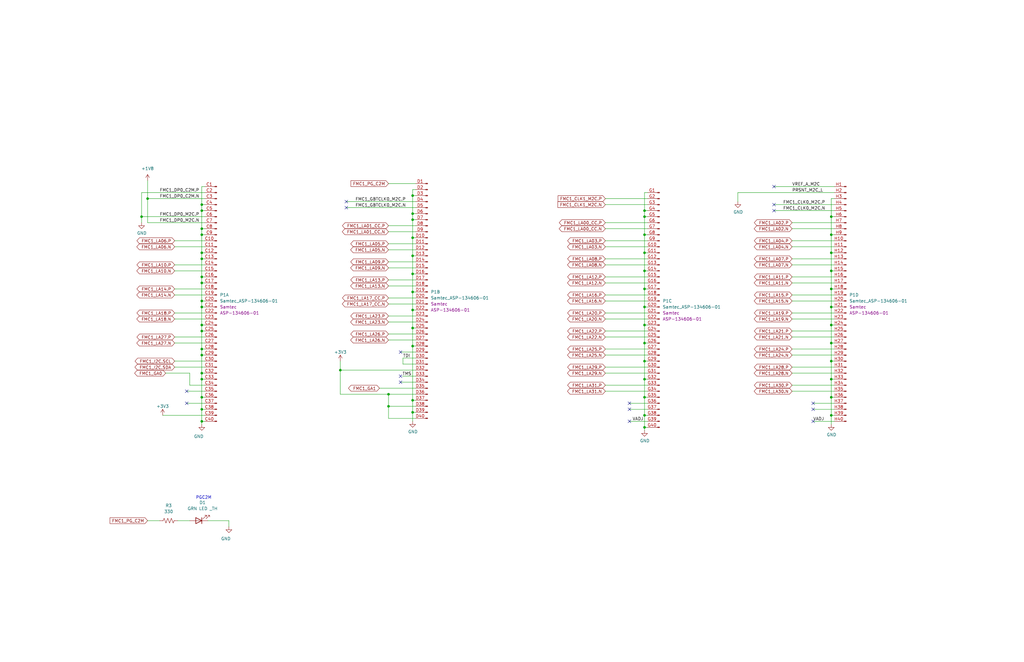
<source format=kicad_sch>
(kicad_sch (version 20250114) (generator "eeschema") (generator_version "9.0")
  (paper "B")
  (lib_symbols
    (symbol "+1V8_2" (power) (pin_names (offset 0))
      (property "Value" "+1V8_2" (at 0 3.556 0))
      (symbol "+1V8_2_1_1"
        (pin power_in line (at 0 0 90) (length 0) (hide yes) (name "+1V8") (number "1"))
      )
    )
    (symbol "Device:LED" (pin_numbers (hide yes)) (pin_names (offset 1.016) (hide yes))
      (property "Reference" "D" (at 0 2.54 0))
      (property "Value" "LED" (at 0 -2.54 0))
      (symbol "LED_1_1"
        (pin passive line (at -3.81 0 0) (length 2.54) (name "K") (number "1"))
        (pin passive line (at 3.81 0 180) (length 2.54) (name "A") (number "2"))
      )
    )
    (symbol "Device:R_US" (pin_numbers (hide yes)) (pin_names (offset 0))
      (property "Reference" "R" (at 2.54 0 90))
      (property "Value" "R_US" (at -2.54 0 90))
      (symbol "R_US_1_1"
        (pin passive line (at 0 3.81 270) (length 1.27) (name "~") (number "1"))
        (pin passive line (at 0 -3.81 90) (length 1.27) (name "~") (number "2"))
      )
    )
    (symbol "custom:Samtec_ASP-134606-01" (pin_names (offset 1.016) (hide yes))
      (property "Reference" "P" (at -1.27 50.8 0))
      (property "Value" "Samtec_ASP-134606-01" (at 0 -53.34 0))
      (property "MFG" "Samtec" (at 0 0 0))
      (property "MFG_PN" "ASP-134606-01" (at 0 0 0))
      (symbol "Samtec_ASP-134606-01_1_1"
        (pin passive line (at -5.08 48.26 0) (length 3.81) (name "Pin_1") (number "C1"))
        (pin passive line (at -5.08 45.72 0) (length 3.81) (name "Pin_2") (number "C2"))
        (pin passive line (at -5.08 43.18 0) (length 3.81) (name "Pin_3") (number "C3"))
        (pin passive line (at -5.08 40.64 0) (length 3.81) (name "Pin_4") (number "C4"))
        (pin passive line (at -5.08 38.1 0) (length 3.81) (name "Pin_5") (number "C5"))
        (pin passive line (at -5.08 35.56 0) (length 3.81) (name "Pin_6") (number "C6"))
        (pin passive line (at -5.08 33.02 0) (length 3.81) (name "Pin_7") (number "C7"))
        (pin passive line (at -5.08 30.48 0) (length 3.81) (name "Pin_8") (number "C8"))
        (pin passive line (at -5.08 27.94 0) (length 3.81) (name "Pin_9") (number "C9"))
        (pin passive line (at -5.08 25.4 0) (length 3.81) (name "Pin_10") (number "C10"))
        (pin passive line (at -5.08 22.86 0) (length 3.81) (name "Pin_11") (number "C11"))
        (pin passive line (at -5.08 20.32 0) (length 3.81) (name "Pin_12") (number "C12"))
        (pin passive line (at -5.08 17.78 0) (length 3.81) (name "Pin_13") (number "C13"))
        (pin passive line (at -5.08 15.24 0) (length 3.81) (name "Pin_14") (number "C14"))
        (pin passive line (at -5.08 12.7 0) (length 3.81) (name "Pin_15") (number "C15"))
        (pin passive line (at -5.08 10.16 0) (length 3.81) (name "Pin_16") (number "C16"))
        (pin passive line (at -5.08 7.62 0) (length 3.81) (name "Pin_17") (number "C17"))
        (pin passive line (at -5.08 5.08 0) (length 3.81) (name "Pin_18") (number "C18"))
        (pin passive line (at -5.08 2.54 0) (length 3.81) (name "Pin_19") (number "C19"))
        (pin passive line (at -5.08 0 0) (length 3.81) (name "Pin_20") (number "C20"))
        (pin passive line (at -5.08 -2.54 0) (length 3.81) (name "Pin_21") (number "C21"))
        (pin passive line (at -5.08 -5.08 0) (length 3.81) (name "Pin_22") (number "C22"))
        (pin passive line (at -5.08 -7.62 0) (length 3.81) (name "Pin_23") (number "C23"))
        (pin passive line (at -5.08 -10.16 0) (length 3.81) (name "Pin_24") (number "C24"))
        (pin passive line (at -5.08 -12.7 0) (length 3.81) (name "Pin_25") (number "C25"))
        (pin passive line (at -5.08 -15.24 0) (length 3.81) (name "Pin_26") (number "C26"))
        (pin passive line (at -5.08 -17.78 0) (length 3.81) (name "Pin_27") (number "C27"))
        (pin passive line (at -5.08 -20.32 0) (length 3.81) (name "Pin_28") (number "C28"))
        (pin passive line (at -5.08 -22.86 0) (length 3.81) (name "Pin_29") (number "C29"))
        (pin passive line (at -5.08 -25.4 0) (length 3.81) (name "Pin_30") (number "C30"))
        (pin passive line (at -5.08 -27.94 0) (length 3.81) (name "Pin_31") (number "C31"))
        (pin passive line (at -5.08 -30.48 0) (length 3.81) (name "Pin_32") (number "C32"))
        (pin passive line (at -5.08 -33.02 0) (length 3.81) (name "Pin_33") (number "C33"))
        (pin passive line (at -5.08 -35.56 0) (length 3.81) (name "Pin_34") (number "C34"))
        (pin passive line (at -5.08 -38.1 0) (length 3.81) (name "Pin_35") (number "C35"))
        (pin passive line (at -5.08 -40.64 0) (length 3.81) (name "Pin_36") (number "C36"))
        (pin passive line (at -5.08 -43.18 0) (length 3.81) (name "Pin_37") (number "C37"))
        (pin passive line (at -5.08 -45.72 0) (length 3.81) (name "Pin_38") (number "C38"))
        (pin passive line (at -5.08 -48.26 0) (length 3.81) (name "Pin_39") (number "C39"))
        (pin passive line (at -5.08 -50.8 0) (length 3.81) (name "Pin_40") (number "C40"))
      )
      (symbol "Samtec_ASP-134606-01_2_1"
        (pin passive line (at -5.08 48.26 0) (length 3.81) (name "Pin_1") (number "D1"))
        (pin passive line (at -5.08 45.72 0) (length 3.81) (name "Pin_2") (number "D2"))
        (pin passive line (at -5.08 43.18 0) (length 3.81) (name "Pin_3") (number "D3"))
        (pin passive line (at -5.08 40.64 0) (length 3.81) (name "Pin_4") (number "D4"))
        (pin passive line (at -5.08 38.1 0) (length 3.81) (name "Pin_5") (number "D5"))
        (pin passive line (at -5.08 35.56 0) (length 3.81) (name "Pin_6") (number "D6"))
        (pin passive line (at -5.08 33.02 0) (length 3.81) (name "Pin_7") (number "D7"))
        (pin passive line (at -5.08 30.48 0) (length 3.81) (name "Pin_8") (number "D8"))
        (pin passive line (at -5.08 27.94 0) (length 3.81) (name "Pin_9") (number "D9"))
        (pin passive line (at -5.08 25.4 0) (length 3.81) (name "Pin_10") (number "D10"))
        (pin passive line (at -5.08 22.86 0) (length 3.81) (name "Pin_11") (number "D11"))
        (pin passive line (at -5.08 20.32 0) (length 3.81) (name "Pin_12") (number "D12"))
        (pin passive line (at -5.08 17.78 0) (length 3.81) (name "Pin_13") (number "D13"))
        (pin passive line (at -5.08 15.24 0) (length 3.81) (name "Pin_14") (number "D14"))
        (pin passive line (at -5.08 12.7 0) (length 3.81) (name "Pin_15") (number "D15"))
        (pin passive line (at -5.08 10.16 0) (length 3.81) (name "Pin_16") (number "D16"))
        (pin passive line (at -5.08 7.62 0) (length 3.81) (name "Pin_17") (number "D17"))
        (pin passive line (at -5.08 5.08 0) (length 3.81) (name "Pin_18") (number "D18"))
        (pin passive line (at -5.08 2.54 0) (length 3.81) (name "Pin_19") (number "D19"))
        (pin passive line (at -5.08 0 0) (length 3.81) (name "Pin_20") (number "D20"))
        (pin passive line (at -5.08 -2.54 0) (length 3.81) (name "Pin_21") (number "D21"))
        (pin passive line (at -5.08 -5.08 0) (length 3.81) (name "Pin_22") (number "D22"))
        (pin passive line (at -5.08 -7.62 0) (length 3.81) (name "Pin_23") (number "D23"))
        (pin passive line (at -5.08 -10.16 0) (length 3.81) (name "Pin_24") (number "D24"))
        (pin passive line (at -5.08 -12.7 0) (length 3.81) (name "Pin_25") (number "D25"))
        (pin passive line (at -5.08 -15.24 0) (length 3.81) (name "Pin_26") (number "D26"))
        (pin passive line (at -5.08 -17.78 0) (length 3.81) (name "Pin_27") (number "D27"))
        (pin passive line (at -5.08 -20.32 0) (length 3.81) (name "Pin_28") (number "D28"))
        (pin passive line (at -5.08 -22.86 0) (length 3.81) (name "Pin_29") (number "D29"))
        (pin passive line (at -5.08 -25.4 0) (length 3.81) (name "Pin_30") (number "D30"))
        (pin passive line (at -5.08 -27.94 0) (length 3.81) (name "Pin_31") (number "D31"))
        (pin passive line (at -5.08 -30.48 0) (length 3.81) (name "Pin_32") (number "D32"))
        (pin passive line (at -5.08 -33.02 0) (length 3.81) (name "Pin_33") (number "D33"))
        (pin passive line (at -5.08 -35.56 0) (length 3.81) (name "Pin_34") (number "D34"))
        (pin passive line (at -5.08 -38.1 0) (length 3.81) (name "Pin_35") (number "D35"))
        (pin passive line (at -5.08 -40.64 0) (length 3.81) (name "Pin_36") (number "D36"))
        (pin passive line (at -5.08 -43.18 0) (length 3.81) (name "Pin_37") (number "D37"))
        (pin passive line (at -5.08 -45.72 0) (length 3.81) (name "Pin_38") (number "D38"))
        (pin passive line (at -5.08 -48.26 0) (length 3.81) (name "Pin_39") (number "D39"))
        (pin passive line (at -5.08 -50.8 0) (length 3.81) (name "Pin_40") (number "D40"))
      )
      (symbol "Samtec_ASP-134606-01_3_1"
        (pin passive line (at -5.08 48.26 0) (length 3.81) (name "Pin_1") (number "G1"))
        (pin passive line (at -5.08 45.72 0) (length 3.81) (name "Pin_2") (number "G2"))
        (pin passive line (at -5.08 43.18 0) (length 3.81) (name "Pin_3") (number "G3"))
        (pin passive line (at -5.08 40.64 0) (length 3.81) (name "Pin_4") (number "G4"))
        (pin passive line (at -5.08 38.1 0) (length 3.81) (name "Pin_5") (number "G5"))
        (pin passive line (at -5.08 35.56 0) (length 3.81) (name "Pin_6") (number "G6"))
        (pin passive line (at -5.08 33.02 0) (length 3.81) (name "Pin_7") (number "G7"))
        (pin passive line (at -5.08 30.48 0) (length 3.81) (name "Pin_8") (number "G8"))
        (pin passive line (at -5.08 27.94 0) (length 3.81) (name "Pin_9") (number "G9"))
        (pin passive line (at -5.08 25.4 0) (length 3.81) (name "Pin_10") (number "G10"))
        (pin passive line (at -5.08 22.86 0) (length 3.81) (name "Pin_11") (number "G11"))
        (pin passive line (at -5.08 20.32 0) (length 3.81) (name "Pin_12") (number "G12"))
        (pin passive line (at -5.08 17.78 0) (length 3.81) (name "Pin_13") (number "G13"))
        (pin passive line (at -5.08 15.24 0) (length 3.81) (name "Pin_14") (number "G14"))
        (pin passive line (at -5.08 12.7 0) (length 3.81) (name "Pin_15") (number "G15"))
        (pin passive line (at -5.08 10.16 0) (length 3.81) (name "Pin_16") (number "G16"))
        (pin passive line (at -5.08 7.62 0) (length 3.81) (name "Pin_17") (number "G17"))
        (pin passive line (at -5.08 5.08 0) (length 3.81) (name "Pin_18") (number "G18"))
        (pin passive line (at -5.08 2.54 0) (length 3.81) (name "Pin_19") (number "G19"))
        (pin passive line (at -5.08 0 0) (length 3.81) (name "Pin_20") (number "G20"))
        (pin passive line (at -5.08 -2.54 0) (length 3.81) (name "Pin_21") (number "G21"))
        (pin passive line (at -5.08 -5.08 0) (length 3.81) (name "Pin_22") (number "G22"))
        (pin passive line (at -5.08 -7.62 0) (length 3.81) (name "Pin_23") (number "G23"))
        (pin passive line (at -5.08 -10.16 0) (length 3.81) (name "Pin_24") (number "G24"))
        (pin passive line (at -5.08 -12.7 0) (length 3.81) (name "Pin_25") (number "G25"))
        (pin passive line (at -5.08 -15.24 0) (length 3.81) (name "Pin_26") (number "G26"))
        (pin passive line (at -5.08 -17.78 0) (length 3.81) (name "Pin_27") (number "G27"))
        (pin passive line (at -5.08 -20.32 0) (length 3.81) (name "Pin_28") (number "G28"))
        (pin passive line (at -5.08 -22.86 0) (length 3.81) (name "Pin_29") (number "G29"))
        (pin passive line (at -5.08 -25.4 0) (length 3.81) (name "Pin_30") (number "G30"))
        (pin passive line (at -5.08 -27.94 0) (length 3.81) (name "Pin_31") (number "G31"))
        (pin passive line (at -5.08 -30.48 0) (length 3.81) (name "Pin_32") (number "G32"))
        (pin passive line (at -5.08 -33.02 0) (length 3.81) (name "Pin_33") (number "G33"))
        (pin passive line (at -5.08 -35.56 0) (length 3.81) (name "Pin_34") (number "G34"))
        (pin passive line (at -5.08 -38.1 0) (length 3.81) (name "Pin_35") (number "G35"))
        (pin passive line (at -5.08 -40.64 0) (length 3.81) (name "Pin_36") (number "G36"))
        (pin passive line (at -5.08 -43.18 0) (length 3.81) (name "Pin_37") (number "G37"))
        (pin passive line (at -5.08 -45.72 0) (length 3.81) (name "Pin_38") (number "G38"))
        (pin passive line (at -5.08 -48.26 0) (length 3.81) (name "Pin_39") (number "G39"))
        (pin passive line (at -5.08 -50.8 0) (length 3.81) (name "Pin_40") (number "G40"))
      )
      (symbol "Samtec_ASP-134606-01_4_1"
        (pin passive line (at -5.08 48.26 0) (length 3.81) (name "Pin_1") (number "H1"))
        (pin passive line (at -5.08 45.72 0) (length 3.81) (name "Pin_2") (number "H2"))
        (pin passive line (at -5.08 43.18 0) (length 3.81) (name "Pin_3") (number "H3"))
        (pin passive line (at -5.08 40.64 0) (length 3.81) (name "Pin_4") (number "H4"))
        (pin passive line (at -5.08 38.1 0) (length 3.81) (name "Pin_5") (number "H5"))
        (pin passive line (at -5.08 35.56 0) (length 3.81) (name "Pin_6") (number "H6"))
        (pin passive line (at -5.08 33.02 0) (length 3.81) (name "Pin_7") (number "H7"))
        (pin passive line (at -5.08 30.48 0) (length 3.81) (name "Pin_8") (number "H8"))
        (pin passive line (at -5.08 27.94 0) (length 3.81) (name "Pin_9") (number "H9"))
        (pin passive line (at -5.08 25.4 0) (length 3.81) (name "Pin_10") (number "H10"))
        (pin passive line (at -5.08 22.86 0) (length 3.81) (name "Pin_11") (number "H11"))
        (pin passive line (at -5.08 20.32 0) (length 3.81) (name "Pin_12") (number "H12"))
        (pin passive line (at -5.08 17.78 0) (length 3.81) (name "Pin_13") (number "H13"))
        (pin passive line (at -5.08 15.24 0) (length 3.81) (name "Pin_14") (number "H14"))
        (pin passive line (at -5.08 12.7 0) (length 3.81) (name "Pin_15") (number "H15"))
        (pin passive line (at -5.08 10.16 0) (length 3.81) (name "Pin_16") (number "H16"))
        (pin passive line (at -5.08 7.62 0) (length 3.81) (name "Pin_17") (number "H17"))
        (pin passive line (at -5.08 5.08 0) (length 3.81) (name "Pin_18") (number "H18"))
        (pin passive line (at -5.08 2.54 0) (length 3.81) (name "Pin_19") (number "H19"))
        (pin passive line (at -5.08 0 0) (length 3.81) (name "Pin_20") (number "H20"))
        (pin passive line (at -5.08 -2.54 0) (length 3.81) (name "Pin_21") (number "H21"))
        (pin passive line (at -5.08 -5.08 0) (length 3.81) (name "Pin_22") (number "H22"))
        (pin passive line (at -5.08 -7.62 0) (length 3.81) (name "Pin_23") (number "H23"))
        (pin passive line (at -5.08 -10.16 0) (length 3.81) (name "Pin_24") (number "H24"))
        (pin passive line (at -5.08 -12.7 0) (length 3.81) (name "Pin_25") (number "H25"))
        (pin passive line (at -5.08 -15.24 0) (length 3.81) (name "Pin_26") (number "H26"))
        (pin passive line (at -5.08 -17.78 0) (length 3.81) (name "Pin_27") (number "H27"))
        (pin passive line (at -5.08 -20.32 0) (length 3.81) (name "Pin_28") (number "H28"))
        (pin passive line (at -5.08 -22.86 0) (length 3.81) (name "Pin_29") (number "H29"))
        (pin passive line (at -5.08 -25.4 0) (length 3.81) (name "Pin_30") (number "H30"))
        (pin passive line (at -5.08 -27.94 0) (length 3.81) (name "Pin_31") (number "H31"))
        (pin passive line (at -5.08 -30.48 0) (length 3.81) (name "Pin_32") (number "H32"))
        (pin passive line (at -5.08 -33.02 0) (length 3.81) (name "Pin_33") (number "H33"))
        (pin passive line (at -5.08 -35.56 0) (length 3.81) (name "Pin_34") (number "H34"))
        (pin passive line (at -5.08 -38.1 0) (length 3.81) (name "Pin_35") (number "H35"))
        (pin passive line (at -5.08 -40.64 0) (length 3.81) (name "Pin_36") (number "H36"))
        (pin passive line (at -5.08 -43.18 0) (length 3.81) (name "Pin_37") (number "H37"))
        (pin passive line (at -5.08 -45.72 0) (length 3.81) (name "Pin_38") (number "H38"))
        (pin passive line (at -5.08 -48.26 0) (length 3.81) (name "Pin_39") (number "H39"))
        (pin passive line (at -5.08 -50.8 0) (length 3.81) (name "Pin_40") (number "H40"))
      )
    )
    (symbol "power:+3V3" (power) (pin_names (offset 0))
      (property "Value" "+3V3" (at 0 3.556 0))
      (symbol "+3V3_1_1"
        (pin power_in line (at 0 0 90) (length 0) (hide yes) (name "+3V3") (number "1"))
      )
    )
    (symbol "power:GND" (power) (pin_names (offset 0))
      (property "Value" "GND" (at 0 -3.81 0))
      (symbol "GND_1_1"
        (pin power_in line (at 0 0 270) (length 0) (hide yes) (name "GND") (number "1"))
      )
    )
  )
  (text "PGC2M" (at 82.55 210.82 0) (effects (font (size 1.27 1.27)) (justify left bottom)))
  (junction (at 85.09 139.7))
  (junction (at 85.09 96.52))
  (junction (at 350.52 99.06))
  (junction (at 85.09 149.86))
  (junction (at 173.99 90.17))
  (junction (at 350.52 144.78))
  (junction (at 173.99 173.99))
  (junction (at 85.09 106.68))
  (junction (at 271.78 114.3))
  (junction (at 271.78 180.34))
  (junction (at 350.52 114.3))
  (junction (at 173.99 92.71))
  (junction (at 350.52 160.02))
  (junction (at 173.99 138.43))
  (junction (at 350.52 137.16))
  (junction (at 271.78 99.06))
  (junction (at 350.52 129.54))
  (junction (at 59.69 91.44))
  (junction (at 85.09 147.32))
  (junction (at 85.09 99.06))
  (junction (at 350.52 91.44))
  (junction (at 350.52 175.26))
  (junction (at 271.78 160.02))
  (junction (at 271.78 106.68))
  (junction (at 271.78 137.16))
  (junction (at 173.99 123.19))
  (junction (at 85.09 109.22))
  (junction (at 173.99 100.33))
  (junction (at 85.09 129.54))
  (junction (at 350.52 152.4))
  (junction (at 62.23 83.82))
  (junction (at 271.78 121.92))
  (junction (at 271.78 167.64))
  (junction (at 271.78 91.44))
  (junction (at 163.83 171.45))
  (junction (at 85.09 172.72))
  (junction (at 163.83 166.37))
  (junction (at 173.99 168.91))
  (junction (at 85.09 119.38))
  (junction (at 271.78 88.9))
  (junction (at 85.09 116.84))
  (junction (at 85.09 167.64))
  (junction (at 173.99 146.05))
  (junction (at 350.52 121.92))
  (junction (at 85.09 137.16))
  (junction (at 85.09 177.8))
  (junction (at 350.52 106.68))
  (junction (at 85.09 86.36))
  (junction (at 173.99 130.81))
  (junction (at 350.52 167.64))
  (junction (at 173.99 115.57))
  (junction (at 271.78 152.4))
  (junction (at 85.09 127))
  (junction (at 173.99 82.55))
  (junction (at 173.99 107.95))
  (junction (at 271.78 129.54))
  (junction (at 271.78 144.78))
  (junction (at 143.51 156.21))
  (junction (at 85.09 88.9))
  (junction (at 85.09 157.48))
  (junction (at 85.09 160.02))
  (junction (at 271.78 175.26))
  (no_connect (at 146.05 87.63))
  (no_connect (at 168.91 158.75))
  (no_connect (at 265.43 170.18))
  (no_connect (at 342.9 177.8))
  (no_connect (at 168.91 148.59))
  (no_connect (at 146.05 85.09))
  (no_connect (at 168.91 161.29))
  (no_connect (at 265.43 172.72))
  (no_connect (at 326.39 78.74))
  (no_connect (at 326.39 86.36))
  (no_connect (at 342.9 170.18))
  (no_connect (at 78.74 165.1))
  (no_connect (at 265.43 177.8))
  (no_connect (at 326.39 88.9))
  (no_connect (at 78.74 170.18))
  (no_connect (at 342.9 172.72))
  (wire (pts (xy 326.39 88.9) (xy 351.79 88.9)))
  (wire (pts (xy 271.78 81.28) (xy 271.78 88.9)))
  (wire (pts (xy 351.79 134.62) (xy 334.01 134.62)))
  (wire (pts (xy 350.52 160.02) (xy 351.79 160.02)))
  (wire (pts (xy 85.09 88.9) (xy 85.09 96.52)))
  (wire (pts (xy 173.99 80.01) (xy 173.99 82.55)))
  (wire (pts (xy 85.09 147.32) (xy 86.36 147.32)))
  (wire (pts (xy 350.52 91.44) (xy 351.79 91.44)))
  (wire (pts (xy 86.36 142.24) (xy 73.66 142.24)))
  (wire (pts (xy 85.09 147.32) (xy 85.09 149.86)))
  (wire (pts (xy 255.27 83.82) (xy 273.05 83.82)))
  (wire (pts (xy 74.93 219.71) (xy 80.01 219.71)))
  (wire (pts (xy 163.83 95.25) (xy 175.26 95.25)))
  (wire (pts (xy 80.01 157.48) (xy 80.01 162.56)))
  (wire (pts (xy 351.79 154.94) (xy 334.01 154.94)))
  (wire (pts (xy 271.78 121.92) (xy 271.78 129.54)))
  (wire (pts (xy 351.79 127) (xy 334.01 127)))
  (wire (pts (xy 85.09 88.9) (xy 86.36 88.9)))
  (wire (pts (xy 85.09 96.52) (xy 85.09 99.06)))
  (wire (pts (xy 351.79 104.14) (xy 334.01 104.14)))
  (wire (pts (xy 163.83 105.41) (xy 175.26 105.41)))
  (wire (pts (xy 273.05 147.32) (xy 255.27 147.32)))
  (wire (pts (xy 351.79 101.6) (xy 334.01 101.6)))
  (wire (pts (xy 86.36 121.92) (xy 73.66 121.92)))
  (wire (pts (xy 85.09 86.36) (xy 85.09 88.9)))
  (wire (pts (xy 85.09 96.52) (xy 86.36 96.52)))
  (wire (pts (xy 85.09 160.02) (xy 85.09 167.64)))
  (wire (pts (xy 350.52 121.92) (xy 350.52 129.54)))
  (wire (pts (xy 160.02 163.83) (xy 175.26 163.83)))
  (wire (pts (xy 85.09 137.16) (xy 85.09 139.7)))
  (wire (pts (xy 273.05 162.56) (xy 255.27 162.56)))
  (wire (pts (xy 163.83 171.45) (xy 163.83 166.37)))
  (wire (pts (xy 351.79 147.32) (xy 334.01 147.32)))
  (wire (pts (xy 85.09 109.22) (xy 85.09 116.84)))
  (wire (pts (xy 271.78 167.64) (xy 271.78 175.26)))
  (wire (pts (xy 351.79 116.84) (xy 334.01 116.84)))
  (wire (pts (xy 87.63 219.71) (xy 96.52 219.71)))
  (wire (pts (xy 62.23 93.98) (xy 86.36 93.98)))
  (wire (pts (xy 350.52 83.82) (xy 350.52 91.44)))
  (wire (pts (xy 85.09 157.48) (xy 85.09 160.02)))
  (wire (pts (xy 350.52 129.54) (xy 350.52 137.16)))
  (wire (pts (xy 350.52 160.02) (xy 350.52 167.64)))
  (wire (pts (xy 86.36 111.76) (xy 73.66 111.76)))
  (wire (pts (xy 351.79 119.38) (xy 334.01 119.38)))
  (wire (pts (xy 350.52 144.78) (xy 351.79 144.78)))
  (wire (pts (xy 271.78 167.64) (xy 273.05 167.64)))
  (wire (pts (xy 85.09 149.86) (xy 86.36 149.86)))
  (wire (pts (xy 173.99 100.33) (xy 173.99 107.95)))
  (wire (pts (xy 271.78 129.54) (xy 271.78 137.16)))
  (wire (pts (xy 271.78 152.4) (xy 273.05 152.4)))
  (wire (pts (xy 271.78 99.06) (xy 273.05 99.06)))
  (wire (pts (xy 342.9 177.8) (xy 351.79 177.8)))
  (wire (pts (xy 173.99 123.19) (xy 173.99 130.81)))
  (wire (pts (xy 163.83 166.37) (xy 175.26 166.37)))
  (wire (pts (xy 351.79 170.18) (xy 342.9 170.18)))
  (wire (pts (xy 85.09 149.86) (xy 85.09 157.48)))
  (wire (pts (xy 351.79 96.52) (xy 334.01 96.52)))
  (wire (pts (xy 350.52 99.06) (xy 350.52 106.68)))
  (wire (pts (xy 62.23 219.71) (xy 67.31 219.71)))
  (wire (pts (xy 273.05 134.62) (xy 255.27 134.62)))
  (wire (pts (xy 85.09 127) (xy 85.09 129.54)))
  (wire (pts (xy 271.78 88.9) (xy 271.78 91.44)))
  (wire (pts (xy 271.78 175.26) (xy 271.78 180.34)))
  (wire (pts (xy 175.26 80.01) (xy 173.99 80.01)))
  (wire (pts (xy 273.05 119.38) (xy 255.27 119.38)))
  (wire (pts (xy 169.926 151.13) (xy 175.26 151.13)))
  (wire (pts (xy 350.52 106.68) (xy 351.79 106.68)))
  (wire (pts (xy 163.83 120.65) (xy 175.26 120.65)))
  (wire (pts (xy 85.09 139.7) (xy 86.36 139.7)))
  (wire (pts (xy 271.78 91.44) (xy 271.78 99.06)))
  (wire (pts (xy 173.99 115.57) (xy 175.26 115.57)))
  (wire (pts (xy 80.01 162.56) (xy 86.36 162.56)))
  (wire (pts (xy 163.83 118.11) (xy 175.26 118.11)))
  (wire (pts (xy 271.78 114.3) (xy 271.78 121.92)))
  (wire (pts (xy 85.09 177.8) (xy 86.36 177.8)))
  (wire (pts (xy 163.83 128.27) (xy 175.26 128.27)))
  (wire (pts (xy 271.78 114.3) (xy 273.05 114.3)))
  (wire (pts (xy 173.99 123.19) (xy 175.26 123.19)))
  (wire (pts (xy 163.83 97.79) (xy 175.26 97.79)))
  (wire (pts (xy 351.79 109.22) (xy 334.01 109.22)))
  (wire (pts (xy 85.09 179.07) (xy 85.09 177.8)))
  (wire (pts (xy 85.09 137.16) (xy 86.36 137.16)))
  (wire (pts (xy 173.99 107.95) (xy 175.26 107.95)))
  (wire (pts (xy 351.79 93.98) (xy 334.01 93.98)))
  (wire (pts (xy 173.99 90.17) (xy 175.26 90.17)))
  (wire (pts (xy 86.36 132.08) (xy 73.66 132.08)))
  (wire (pts (xy 59.69 91.44) (xy 59.69 93.98)))
  (wire (pts (xy 351.79 142.24) (xy 334.01 142.24)))
  (wire (pts (xy 350.52 152.4) (xy 350.52 160.02)))
  (wire (pts (xy 163.83 176.53) (xy 163.83 171.45)))
  (wire (pts (xy 85.09 99.06) (xy 86.36 99.06)))
  (wire (pts (xy 271.78 137.16) (xy 273.05 137.16)))
  (wire (pts (xy 351.79 149.86) (xy 334.01 149.86)))
  (wire (pts (xy 163.83 102.87) (xy 175.26 102.87)))
  (wire (pts (xy 62.23 83.82) (xy 86.36 83.82)))
  (wire (pts (xy 163.83 135.89) (xy 175.26 135.89)))
  (wire (pts (xy 271.78 91.44) (xy 273.05 91.44)))
  (wire (pts (xy 350.52 99.06) (xy 351.79 99.06)))
  (wire (pts (xy 311.15 81.28) (xy 351.79 81.28)))
  (wire (pts (xy 59.69 81.28) (xy 59.69 91.44)))
  (wire (pts (xy 273.05 111.76) (xy 255.27 111.76)))
  (wire (pts (xy 143.51 166.37) (xy 163.83 166.37)))
  (wire (pts (xy 173.99 115.57) (xy 173.99 123.19)))
  (wire (pts (xy 85.09 119.38) (xy 86.36 119.38)))
  (wire (pts (xy 271.78 129.54) (xy 273.05 129.54)))
  (wire (pts (xy 73.66 134.62) (xy 86.36 134.62)))
  (wire (pts (xy 163.83 110.49) (xy 175.26 110.49)))
  (wire (pts (xy 271.78 144.78) (xy 271.78 152.4)))
  (wire (pts (xy 69.85 157.48) (xy 80.01 157.48)))
  (wire (pts (xy 273.05 127) (xy 255.27 127)))
  (wire (pts (xy 85.09 106.68) (xy 85.09 109.22)))
  (wire (pts (xy 173.99 82.55) (xy 173.99 90.17)))
  (wire (pts (xy 273.05 132.08) (xy 255.27 132.08)))
  (wire (pts (xy 350.52 114.3) (xy 351.79 114.3)))
  (wire (pts (xy 273.05 109.22) (xy 255.27 109.22)))
  (wire (pts (xy 163.83 176.53) (xy 175.26 176.53)))
  (wire (pts (xy 73.66 124.46) (xy 86.36 124.46)))
  (wire (pts (xy 169.672 158.75) (xy 175.26 158.75)))
  (wire (pts (xy 73.66 152.4) (xy 86.36 152.4)))
  (wire (pts (xy 350.52 129.54) (xy 351.79 129.54)))
  (wire (pts (xy 59.69 81.28) (xy 86.36 81.28)))
  (wire (pts (xy 273.05 101.6) (xy 255.27 101.6)))
  (wire (pts (xy 273.05 149.86) (xy 255.27 149.86)))
  (wire (pts (xy 78.74 165.1) (xy 86.36 165.1)))
  (wire (pts (xy 85.09 106.68) (xy 86.36 106.68)))
  (wire (pts (xy 173.99 138.43) (xy 175.26 138.43)))
  (wire (pts (xy 271.78 137.16) (xy 271.78 144.78)))
  (wire (pts (xy 271.78 121.92) (xy 273.05 121.92)))
  (wire (pts (xy 173.99 90.17) (xy 173.99 92.71)))
  (wire (pts (xy 350.52 121.92) (xy 351.79 121.92)))
  (wire (pts (xy 173.99 107.95) (xy 173.99 115.57)))
  (wire (pts (xy 173.99 146.05) (xy 175.26 146.05)))
  (wire (pts (xy 143.51 152.4) (xy 143.51 156.21)))
  (wire (pts (xy 351.79 132.08) (xy 334.01 132.08)))
  (wire (pts (xy 143.51 156.21) (xy 175.26 156.21)))
  (wire (pts (xy 163.83 140.97) (xy 175.26 140.97)))
  (wire (pts (xy 85.09 127) (xy 86.36 127)))
  (wire (pts (xy 86.36 78.74) (xy 85.09 78.74)))
  (wire (pts (xy 168.91 161.29) (xy 175.26 161.29)))
  (wire (pts (xy 271.78 175.26) (xy 273.05 175.26)))
  (wire (pts (xy 85.09 116.84) (xy 86.36 116.84)))
  (wire (pts (xy 85.09 119.38) (xy 85.09 127)))
  (wire (pts (xy 163.83 77.47) (xy 175.26 77.47)))
  (wire (pts (xy 85.09 167.64) (xy 85.09 172.72)))
  (wire (pts (xy 163.83 171.45) (xy 175.26 171.45)))
  (wire (pts (xy 85.09 86.36) (xy 86.36 86.36)))
  (wire (pts (xy 273.05 154.94) (xy 255.27 154.94)))
  (wire (pts (xy 85.09 116.84) (xy 85.09 119.38)))
  (wire (pts (xy 271.78 88.9) (xy 273.05 88.9)))
  (wire (pts (xy 350.52 106.68) (xy 350.52 114.3)))
  (wire (pts (xy 271.78 160.02) (xy 271.78 167.64)))
  (wire (pts (xy 351.79 162.56) (xy 334.01 162.56)))
  (wire (pts (xy 351.79 157.48) (xy 334.01 157.48)))
  (wire (pts (xy 173.99 168.91) (xy 173.99 173.99)))
  (wire (pts (xy 85.09 99.06) (xy 85.09 106.68)))
  (wire (pts (xy 350.52 152.4) (xy 351.79 152.4)))
  (wire (pts (xy 350.52 144.78) (xy 350.52 152.4)))
  (wire (pts (xy 350.52 114.3) (xy 350.52 121.92)))
  (wire (pts (xy 273.05 139.7) (xy 255.27 139.7)))
  (wire (pts (xy 86.36 101.6) (xy 73.66 101.6)))
  (wire (pts (xy 273.05 93.98) (xy 255.27 93.98)))
  (wire (pts (xy 168.91 148.59) (xy 175.26 148.59)))
  (wire (pts (xy 271.78 152.4) (xy 271.78 160.02)))
  (wire (pts (xy 163.83 113.03) (xy 175.26 113.03)))
  (wire (pts (xy 73.66 104.14) (xy 86.36 104.14)))
  (wire (pts (xy 173.99 82.55) (xy 175.26 82.55)))
  (wire (pts (xy 350.52 137.16) (xy 350.52 144.78)))
  (wire (pts (xy 273.05 157.48) (xy 255.27 157.48)))
  (wire (pts (xy 146.05 85.09) (xy 175.26 85.09)))
  (wire (pts (xy 273.05 104.14) (xy 255.27 104.14)))
  (wire (pts (xy 96.52 219.71) (xy 96.52 222.25)))
  (wire (pts (xy 350.52 175.26) (xy 351.79 175.26)))
  (wire (pts (xy 173.99 100.33) (xy 175.26 100.33)))
  (wire (pts (xy 85.09 172.72) (xy 85.09 177.8)))
  (wire (pts (xy 85.09 129.54) (xy 86.36 129.54)))
  (wire (pts (xy 85.09 167.64) (xy 86.36 167.64)))
  (wire (pts (xy 73.66 114.3) (xy 86.36 114.3)))
  (wire (pts (xy 351.79 111.76) (xy 334.01 111.76)))
  (wire (pts (xy 350.52 167.64) (xy 350.52 175.26)))
  (wire (pts (xy 271.78 180.34) (xy 273.05 180.34)))
  (wire (pts (xy 350.52 167.64) (xy 351.79 167.64)))
  (wire (pts (xy 85.09 129.54) (xy 85.09 137.16)))
  (wire (pts (xy 265.43 177.8) (xy 273.05 177.8)))
  (wire (pts (xy 273.05 142.24) (xy 255.27 142.24)))
  (wire (pts (xy 351.79 172.72) (xy 342.9 172.72)))
  (wire (pts (xy 62.23 83.82) (xy 62.23 93.98)))
  (wire (pts (xy 85.09 109.22) (xy 86.36 109.22)))
  (wire (pts (xy 271.78 106.68) (xy 273.05 106.68)))
  (wire (pts (xy 143.51 156.21) (xy 143.51 166.37)))
  (wire (pts (xy 351.79 124.46) (xy 334.01 124.46)))
  (wire (pts (xy 173.99 130.81) (xy 173.99 138.43)))
  (wire (pts (xy 311.15 85.09) (xy 311.15 81.28)))
  (wire (pts (xy 163.83 133.35) (xy 175.26 133.35)))
  (wire (pts (xy 350.52 175.26) (xy 350.52 179.07)))
  (wire (pts (xy 351.79 165.1) (xy 334.01 165.1)))
  (wire (pts (xy 273.05 172.72) (xy 265.43 172.72)))
  (wire (pts (xy 173.99 138.43) (xy 173.99 146.05)))
  (wire (pts (xy 73.66 154.94) (xy 86.36 154.94)))
  (wire (pts (xy 173.99 173.99) (xy 173.99 177.8)))
  (wire (pts (xy 173.99 173.99) (xy 175.26 173.99)))
  (wire (pts (xy 68.58 175.26) (xy 86.36 175.26)))
  (wire (pts (xy 271.78 106.68) (xy 271.78 114.3)))
  (wire (pts (xy 146.05 87.63) (xy 175.26 87.63)))
  (wire (pts (xy 73.66 144.78) (xy 86.36 144.78)))
  (wire (pts (xy 173.99 92.71) (xy 175.26 92.71)))
  (wire (pts (xy 173.99 168.91) (xy 175.26 168.91)))
  (wire (pts (xy 163.83 143.51) (xy 175.26 143.51)))
  (wire (pts (xy 169.926 153.67) (xy 175.26 153.67)))
  (wire (pts (xy 169.926 151.13) (xy 169.926 153.67)))
  (wire (pts (xy 273.05 81.28) (xy 271.78 81.28)))
  (wire (pts (xy 271.78 144.78) (xy 273.05 144.78)))
  (wire (pts (xy 273.05 96.52) (xy 255.27 96.52)))
  (wire (pts (xy 85.09 78.74) (xy 85.09 86.36)))
  (wire (pts (xy 271.78 160.02) (xy 273.05 160.02)))
  (wire (pts (xy 173.99 130.81) (xy 175.26 130.81)))
  (wire (pts (xy 350.52 91.44) (xy 350.52 99.06)))
  (wire (pts (xy 350.52 137.16) (xy 351.79 137.16)))
  (wire (pts (xy 351.79 78.74) (xy 326.39 78.74)))
  (wire (pts (xy 173.99 146.05) (xy 173.99 168.91)))
  (wire (pts (xy 59.69 91.44) (xy 86.36 91.44)))
  (wire (pts (xy 62.23 76.2) (xy 62.23 83.82)))
  (wire (pts (xy 86.36 172.72) (xy 85.09 172.72)))
  (wire (pts (xy 163.83 125.73) (xy 175.26 125.73)))
  (wire (pts (xy 173.99 92.71) (xy 173.99 100.33)))
  (wire (pts (xy 273.05 116.84) (xy 255.27 116.84)))
  (wire (pts (xy 326.39 86.36) (xy 351.79 86.36)))
  (wire (pts (xy 273.05 124.46) (xy 255.27 124.46)))
  (wire (pts (xy 85.09 160.02) (xy 86.36 160.02)))
  (wire (pts (xy 273.05 165.1) (xy 255.27 165.1)))
  (wire (pts (xy 271.78 99.06) (xy 271.78 106.68)))
  (wire (pts (xy 85.09 157.48) (xy 86.36 157.48)))
  (wire (pts (xy 85.09 139.7) (xy 85.09 147.32)))
  (wire (pts (xy 255.27 86.36) (xy 273.05 86.36)))
  (wire (pts (xy 350.52 83.82) (xy 351.79 83.82)))
  (wire (pts (xy 78.74 170.18) (xy 86.36 170.18)))
  (wire (pts (xy 351.79 139.7) (xy 334.01 139.7)))
  (wire (pts (xy 271.78 181.61) (xy 271.78 180.34)))
  (wire (pts (xy 273.05 170.18) (xy 265.43 170.18)))
  (label "VADJ" (at 342.9 177.8 0))
  (label "FMC1_GBTCLK0_M2C.P" (at 149.86 85.09 0))
  (label "PRSNT_M2C_L" (at 334.01 81.28 0))
  (label "FMC1_DP0_M2C.N" (at 67.31 93.98 0))
  (label "FMC1_DP0_M2C.P" (at 67.31 91.44 0))
  (label "FMC1_CLK0_M2C.N" (at 330.2 88.9 0))
  (label "TDI" (at 169.926 151.13 0))
  (label "FMC1_DP0_C2M.N" (at 67.31 83.82 0))
  (label "FMC1_GBTCLK0_M2C.N" (at 149.86 87.63 0))
  (label "FMC1_DP0_C2M.P" (at 67.31 81.28 0))
  (label "TMS" (at 169.672 158.75 0))
  (label "VADJ" (at 266.7 177.8 0))
  (label "FMC1_CLK0_M2C.P" (at 330.2 86.36 0))
  (label "VREF_A_M2C" (at 334.01 78.74 0))
  (global_label "FMC1_LA01_CC.P" (shape bidirectional) (at 163.83 95.25 180) (property "Intersheetrefs" "${INTERSHEET_REFS}" (effects (hide yes))))
  (global_label "FMC1_LA05.N" (shape bidirectional) (at 163.83 105.41 180) (property "Intersheetrefs" "${INTERSHEET_REFS}" (effects (hide yes))))
  (global_label "FMC1_LA09.P" (shape bidirectional) (at 163.83 110.49 180) (property "Intersheetrefs" "${INTERSHEET_REFS}" (effects (hide yes))))
  (global_label "FMC1_LA08.N" (shape bidirectional) (at 255.27 111.76 180) (property "Intersheetrefs" "${INTERSHEET_REFS}" (effects (hide yes))))
  (global_label "FMC1_LA07.N" (shape bidirectional) (at 334.01 111.76 180) (property "Intersheetrefs" "${INTERSHEET_REFS}" (effects (hide yes))))
  (global_label "FMC1_LA16.N" (shape bidirectional) (at 255.27 127 180) (property "Intersheetrefs" "${INTERSHEET_REFS}" (effects (hide yes))))
  (global_label "FMC1_LA21.N" (shape bidirectional) (at 334.01 142.24 180) (property "Intersheetrefs" "${INTERSHEET_REFS}" (effects (hide yes))))
  (global_label "FMC1_LA04.P" (shape bidirectional) (at 334.01 101.6 180) (property "Intersheetrefs" "${INTERSHEET_REFS}" (effects (hide yes))))
  (global_label "FMC1_LA28.P" (shape bidirectional) (at 334.01 154.94 180) (property "Intersheetrefs" "${INTERSHEET_REFS}" (effects (hide yes))))
  (global_label "FMC1_LA23.N" (shape bidirectional) (at 163.83 135.89 180) (property "Intersheetrefs" "${INTERSHEET_REFS}" (effects (hide yes))))
  (global_label "FMC1_LA15.P" (shape bidirectional) (at 334.01 124.46 180) (property "Intersheetrefs" "${INTERSHEET_REFS}" (effects (hide yes))))
  (global_label "FMC1_LA29.P" (shape bidirectional) (at 255.27 154.94 180) (property "Intersheetrefs" "${INTERSHEET_REFS}" (effects (hide yes))))
  (global_label "FMC1_LA08.P" (shape bidirectional) (at 255.27 109.22 180) (property "Intersheetrefs" "${INTERSHEET_REFS}" (effects (hide yes))))
  (global_label "FMC1_LA01_CC.N" (shape bidirectional) (at 163.83 97.79 180) (property "Intersheetrefs" "${INTERSHEET_REFS}" (effects (hide yes))))
  (global_label "FMC1_LA29.N" (shape bidirectional) (at 255.27 157.48 180) (property "Intersheetrefs" "${INTERSHEET_REFS}" (effects (hide yes))))
  (global_label "FMC1_LA14.P" (shape bidirectional) (at 73.66 121.92 180) (property "Intersheetrefs" "${INTERSHEET_REFS}" (effects (hide yes))))
  (global_label "FMC1_LA11.N" (shape bidirectional) (at 334.01 119.38 180) (property "Intersheetrefs" "${INTERSHEET_REFS}" (effects (hide yes))))
  (global_label "FMC1_LA05.P" (shape bidirectional) (at 163.83 102.87 180) (property "Intersheetrefs" "${INTERSHEET_REFS}" (effects (hide yes))))
  (global_label "FMC1_LA02.P" (shape bidirectional) (at 334.01 93.98 180) (property "Intersheetrefs" "${INTERSHEET_REFS}" (effects (hide yes))))
  (global_label "FMC1_LA25.P" (shape bidirectional) (at 255.27 147.32 180) (property "Intersheetrefs" "${INTERSHEET_REFS}" (effects (hide yes))))
  (global_label "FMC1_LA10.P" (shape bidirectional) (at 73.66 111.76 180) (property "Intersheetrefs" "${INTERSHEET_REFS}" (effects (hide yes))))
  (global_label "FMC1_LA18.P" (shape bidirectional) (at 73.66 132.08 180) (property "Intersheetrefs" "${INTERSHEET_REFS}" (effects (hide yes))))
  (global_label "FMC1_LA07.P" (shape bidirectional) (at 334.01 109.22 180) (property "Intersheetrefs" "${INTERSHEET_REFS}" (effects (hide yes))))
  (global_label "FMC1_LA24.N" (shape bidirectional) (at 334.01 149.86 180) (property "Intersheetrefs" "${INTERSHEET_REFS}" (effects (hide yes))))
  (global_label "FMC1_LA22.N" (shape bidirectional) (at 255.27 142.24 180) (property "Intersheetrefs" "${INTERSHEET_REFS}" (effects (hide yes))))
  (global_label "FMC1_LA06.N" (shape bidirectional) (at 73.66 104.14 180) (property "Intersheetrefs" "${INTERSHEET_REFS}" (effects (hide yes))))
  (global_label "FMC1_LA16.P" (shape bidirectional) (at 255.27 124.46 180) (property "Intersheetrefs" "${INTERSHEET_REFS}" (effects (hide yes))))
  (global_label "FMC1_LA27.P" (shape bidirectional) (at 73.66 142.24 180) (property "Intersheetrefs" "${INTERSHEET_REFS}" (effects (hide yes))))
  (global_label "FMC1_LA18.N" (shape bidirectional) (at 73.66 134.62 180) (property "Intersheetrefs" "${INTERSHEET_REFS}" (effects (hide yes))))
  (global_label "FMC1_LA06.P" (shape bidirectional) (at 73.66 101.6 180) (property "Intersheetrefs" "${INTERSHEET_REFS}" (effects (hide yes))))
  (global_label "FMC1_I2C.SDA" (shape bidirectional) (at 73.66 154.94 180) (property "Intersheetrefs" "${INTERSHEET_REFS}" (effects (hide yes))))
  (global_label "FMC1_PG_C2M" (shape input) (at 163.83 77.47 180) (property "Intersheetrefs" "${INTERSHEET_REFS}" (effects (hide yes))))
  (global_label "FMC1_LA02.N" (shape bidirectional) (at 334.01 96.52 180) (property "Intersheetrefs" "${INTERSHEET_REFS}" (effects (hide yes))))
  (global_label "FMC1_LA13.N" (shape bidirectional) (at 163.83 120.65 180) (property "Intersheetrefs" "${INTERSHEET_REFS}" (effects (hide yes))))
  (global_label "FMC1_LA26.N" (shape bidirectional) (at 163.83 143.51 180) (property "Intersheetrefs" "${INTERSHEET_REFS}" (effects (hide yes))))
  (global_label "FMC1_LA21.P" (shape bidirectional) (at 334.01 139.7 180) (property "Intersheetrefs" "${INTERSHEET_REFS}" (effects (hide yes))))
  (global_label "FMC1_LA04.N" (shape bidirectional) (at 334.01 104.14 180) (property "Intersheetrefs" "${INTERSHEET_REFS}" (effects (hide yes))))
  (global_label "FMC1_LA19.P" (shape bidirectional) (at 334.01 132.08 180) (property "Intersheetrefs" "${INTERSHEET_REFS}" (effects (hide yes))))
  (global_label "FMC1_LA15.N" (shape bidirectional) (at 334.01 127 180) (property "Intersheetrefs" "${INTERSHEET_REFS}" (effects (hide yes))))
  (global_label "FMC1_LA03.N" (shape bidirectional) (at 255.27 104.14 180) (property "Intersheetrefs" "${INTERSHEET_REFS}" (effects (hide yes))))
  (global_label "FMC1_GA0" (shape bidirectional) (at 69.85 157.48 180) (property "Intersheetrefs" "${INTERSHEET_REFS}" (effects (hide yes))))
  (global_label "FMC1_LA23.P" (shape bidirectional) (at 163.83 133.35 180) (property "Intersheetrefs" "${INTERSHEET_REFS}" (effects (hide yes))))
  (global_label "FMC1_LA17_CC.P" (shape bidirectional) (at 163.83 125.73 180) (property "Intersheetrefs" "${INTERSHEET_REFS}" (effects (hide yes))))
  (global_label "FMC1_LA00_CC.N" (shape bidirectional) (at 255.27 96.52 180) (property "Intersheetrefs" "${INTERSHEET_REFS}" (effects (hide yes))))
  (global_label "FMC1_GA1" (shape bidirectional) (at 160.02 163.83 180) (property "Intersheetrefs" "${INTERSHEET_REFS}" (effects (hide yes))))
  (global_label "FMC1_I2C.SCL" (shape bidirectional) (at 73.66 152.4 180) (property "Intersheetrefs" "${INTERSHEET_REFS}" (effects (hide yes))))
  (global_label "FMC1_LA19.N" (shape bidirectional) (at 334.01 134.62 180) (property "Intersheetrefs" "${INTERSHEET_REFS}" (effects (hide yes))))
  (global_label "FMC1_LA25.N" (shape bidirectional) (at 255.27 149.86 180) (property "Intersheetrefs" "${INTERSHEET_REFS}" (effects (hide yes))))
  (global_label "FMC1_PG_C2M" (shape input) (at 62.23 219.71 180) (property "Intersheetrefs" "${INTERSHEET_REFS}" (effects (hide yes))))
  (global_label "FMC1_LA12.N" (shape bidirectional) (at 255.27 119.38 180) (property "Intersheetrefs" "${INTERSHEET_REFS}" (effects (hide yes))))
  (global_label "FMC1_LA22.P" (shape bidirectional) (at 255.27 139.7 180) (property "Intersheetrefs" "${INTERSHEET_REFS}" (effects (hide yes))))
  (global_label "FMC1_CLK1_M2C.P" (shape input) (at 255.27 83.82 180) (property "Intersheetrefs" "${INTERSHEET_REFS}" (effects (hide yes))))
  (global_label "FMC1_LA10.N" (shape bidirectional) (at 73.66 114.3 180) (property "Intersheetrefs" "${INTERSHEET_REFS}" (effects (hide yes))))
  (global_label "FMC1_LA27.N" (shape bidirectional) (at 73.66 144.78 180) (property "Intersheetrefs" "${INTERSHEET_REFS}" (effects (hide yes))))
  (global_label "FMC1_CLK1_M2C.N" (shape input) (at 255.27 86.36 180) (property "Intersheetrefs" "${INTERSHEET_REFS}" (effects (hide yes))))
  (global_label "FMC1_LA31.N" (shape bidirectional) (at 255.27 165.1 180) (property "Intersheetrefs" "${INTERSHEET_REFS}" (effects (hide yes))))
  (global_label "FMC1_LA09.N" (shape bidirectional) (at 163.83 113.03 180) (property "Intersheetrefs" "${INTERSHEET_REFS}" (effects (hide yes))))
  (global_label "FMC1_LA03.P" (shape bidirectional) (at 255.27 101.6 180) (property "Intersheetrefs" "${INTERSHEET_REFS}" (effects (hide yes))))
  (global_label "FMC1_LA26.P" (shape bidirectional) (at 163.83 140.97 180) (property "Intersheetrefs" "${INTERSHEET_REFS}" (effects (hide yes))))
  (global_label "FMC1_LA00_CC.P" (shape bidirectional) (at 255.27 93.98 180) (property "Intersheetrefs" "${INTERSHEET_REFS}" (effects (hide yes))))
  (global_label "FMC1_LA11.P" (shape bidirectional) (at 334.01 116.84 180) (property "Intersheetrefs" "${INTERSHEET_REFS}" (effects (hide yes))))
  (global_label "FMC1_LA24.P" (shape bidirectional) (at 334.01 147.32 180) (property "Intersheetrefs" "${INTERSHEET_REFS}" (effects (hide yes))))
  (global_label "FMC1_LA20.P" (shape bidirectional) (at 255.27 132.08 180) (property "Intersheetrefs" "${INTERSHEET_REFS}" (effects (hide yes))))
  (global_label "FMC1_LA28.N" (shape bidirectional) (at 334.01 157.48 180) (property "Intersheetrefs" "${INTERSHEET_REFS}" (effects (hide yes))))
  (global_label "FMC1_LA20.N" (shape bidirectional) (at 255.27 134.62 180) (property "Intersheetrefs" "${INTERSHEET_REFS}" (effects (hide yes))))
  (global_label "FMC1_LA17_CC.N" (shape bidirectional) (at 163.83 128.27 180) (property "Intersheetrefs" "${INTERSHEET_REFS}" (effects (hide yes))))
  (global_label "FMC1_LA13.P" (shape bidirectional) (at 163.83 118.11 180) (property "Intersheetrefs" "${INTERSHEET_REFS}" (effects (hide yes))))
  (global_label "FMC1_LA14.N" (shape bidirectional) (at 73.66 124.46 180) (property "Intersheetrefs" "${INTERSHEET_REFS}" (effects (hide yes))))
  (global_label "FMC1_LA30.P" (shape bidirectional) (at 334.01 162.56 180) (property "Intersheetrefs" "${INTERSHEET_REFS}" (effects (hide yes))))
  (global_label "FMC1_LA12.P" (shape bidirectional) (at 255.27 116.84 180) (property "Intersheetrefs" "${INTERSHEET_REFS}" (effects (hide yes))))
  (global_label "FMC1_LA31.P" (shape bidirectional) (at 255.27 162.56 180) (property "Intersheetrefs" "${INTERSHEET_REFS}" (effects (hide yes))))
  (global_label "FMC1_LA30.N" (shape bidirectional) (at 334.01 165.1 180) (property "Intersheetrefs" "${INTERSHEET_REFS}" (effects (hide yes))))
  (symbol (lib_id "custom:Samtec_ASP-134606-01") (at 180.34 125.73 0) (unit 2)
    (property "Reference" "P1" (at 181.61 123.19 0) (effects (justify left)))
    (property "Value" "Samtec_ASP-134606-01" (at 181.61 125.73 0) (effects (justify left)))
    (property "Footprint" "PB:Samtec_FMC_ASP-134606-01_4x40_P1.27mm_Vertical" (effects (hide yes)))
    (property "Datasheet" "http://suddendocs.samtec.com/prints/asp-134606-01-mkt.pdf" (effects (hide yes)))
    (property "MFG" "Samtec" (at 181.61 128.27 0) (effects (justify left)))
    (property "MFG_PN" "ASP-134606-01" (at 181.61 130.81 0) (effects (justify left)))
  )
  (symbol (lib_id "Device:LED") (at 83.82 219.71 180) (unit 1)
    (property "Reference" "D1" (at 85.4075 212.09 0))
    (property "Value" "GRN LED _TH" (at 85.4075 214.63 0))
    (property "Footprint" "LED_SMD:LED_0603_1608Metric_Pad1.05x0.95mm_HandSolder" (effects (hide yes)))
    (property "MFG" "Kingbright" (effects (hide yes)))
    (property "MFG_PN" "SML-E12P8WT86" (effects (hide yes)))
  )
  (symbol (lib_id "custom:Samtec_ASP-134606-01") (at 356.87 127 0) (unit 4)
    (property "Reference" "P1" (at 358.14 124.46 0) (effects (justify left)))
    (property "Value" "Samtec_ASP-134606-01" (at 358.14 127 0) (effects (justify left)))
    (property "Footprint" "PB:Samtec_FMC_ASP-134606-01_4x40_P1.27mm_Vertical" (effects (hide yes)))
    (property "Datasheet" "http://suddendocs.samtec.com/prints/asp-134606-01-mkt.pdf" (effects (hide yes)))
    (property "MFG" "Samtec" (at 358.14 129.54 0) (effects (justify left)))
    (property "MFG_PN" "ASP-134606-01" (at 358.14 132.08 0) (effects (justify left)))
  )
  (symbol (lib_id "power:GND") (at 96.52 222.25 0) (unit 1)
    (property "Reference" "#PWR035" (effects (hide yes)))
    (property "Value" "GND" (at 95.25 227.33 0))
    (instances (project "dioBreakOutBoard" (path "" (reference "#PWR035") (unit 1))) (project "fmc_double_width_template" (path "" (reference "#PWR05") (unit 1)) (path "" (reference "#PWR05") (unit 1)) (path "" (reference "#PWR050") (unit 1))))
  )
  (symbol (lib_id "power:GND") (at 271.78 181.61 0) (unit 1)
    (property "Reference" "#PWR038" (effects (hide yes)))
    (property "Value" "GND" (at 271.907 186.0042 0))
    (instances (project "dioBreakOutBoard" (path "" (reference "#PWR038") (unit 1))) (project "fmc_double_width_template" (path "" (reference "#PWR04") (unit 1)) (path "" (reference "#PWR04") (unit 1)) (path "" (reference "#PWR049") (unit 1))))
  )
  (symbol (lib_id "power:GND") (at 173.99 177.8 0) (unit 1)
    (property "Reference" "#PWR037" (effects (hide yes)))
    (property "Value" "GND" (at 174.117 182.1942 0))
    (instances (project "dioBreakOutBoard" (path "" (reference "#PWR037") (unit 1))) (project "fmc_double_width_template" (path "" (reference "#PWR07") (unit 1)) (path "" (reference "#PWR07") (unit 1)) (path "" (reference "#PWR052") (unit 1))))
  )
  (symbol (lib_id "custom:Samtec_ASP-134606-01") (at 91.44 127 0) (unit 1)
    (property "Reference" "P1" (at 92.71 124.46 0) (effects (justify left)))
    (property "Value" "Samtec_ASP-134606-01" (at 92.71 127 0) (effects (justify left)))
    (property "Footprint" "PB:Samtec_FMC_ASP-134606-01_4x40_P1.27mm_Vertical" (effects (hide yes)))
    (property "Datasheet" "http://suddendocs.samtec.com/prints/asp-134606-01-mkt.pdf" (effects (hide yes)))
    (property "MFG" "Samtec" (at 92.71 129.54 0) (effects (justify left)))
    (property "MFG_PN" "ASP-134606-01" (at 92.71 132.08 0) (effects (justify left)))
  )
  (symbol (lib_id "custom:Samtec_ASP-134606-01") (at 278.13 129.54 0) (unit 3)
    (property "Reference" "P1" (at 279.4 127 0) (effects (justify left)))
    (property "Value" "Samtec_ASP-134606-01" (at 279.4 129.54 0) (effects (justify left)))
    (property "Footprint" "PB:Samtec_FMC_ASP-134606-01_4x40_P1.27mm_Vertical" (effects (hide yes)))
    (property "Datasheet" "http://suddendocs.samtec.com/prints/asp-134606-01-mkt.pdf" (effects (hide yes)))
    (property "MFG" "Samtec" (at 279.4 132.08 0) (effects (justify left)))
    (property "MFG_PN" "ASP-134606-01" (at 279.4 134.62 0) (effects (justify left)))
  )
  (symbol (lib_id "power:GND") (at 350.52 179.07 0) (unit 1)
    (property "Reference" "#PWR040" (effects (hide yes)))
    (property "Value" "GND" (at 350.647 183.4642 0))
    (instances (project "dioBreakOutBoard" (path "" (reference "#PWR040") (unit 1))) (project "fmc_double_width_template" (path "" (reference "#PWR06") (unit 1)) (path "" (reference "#PWR06") (unit 1)) (path "" (reference "#PWR051") (unit 1))))
  )
  (symbol (lib_id "power:GND") (at 59.69 93.98 0) (unit 1)
    (property "Reference" "#PWR031" (effects (hide yes)))
    (property "Value" "GND" (at 59.817 98.3742 0))
  )
  (symbol (lib_id "Device:R_US") (at 71.12 219.71 90) (unit 1)
    (property "Reference" "R3" (at 71.12 213.36 90))
    (property "Value" "330" (at 71.12 215.9 90))
    (property "Footprint" "Resistor_SMD:R_0603_1608Metric" (effects (hide yes)))
    (property "PN" "CRCW0603332RFK" (effects (hide yes)))
    (property "MFG" "Vishay" (effects (hide yes)))
    (property "MFG_PN" "CRCW0603332RFK" (effects (hide yes)))
  )
  (symbol (lib_id "power:GND") (at 85.09 179.07 0) (unit 1)
    (property "Reference" "#PWR034" (effects (hide yes)))
    (property "Value" "GND" (at 83.82 184.15 0))
    (instances (project "dioBreakOutBoard" (path "" (reference "#PWR034") (unit 1))) (project "fmc_double_width_template" (path "" (reference "#PWR05") (unit 1)) (path "" (reference "#PWR05") (unit 1)) (path "" (reference "#PWR050") (unit 1))))
  )
  (symbol (lib_name "+1V8_2") (lib_id "power:+1V8") (at 62.23 76.2 0) (unit 1)
    (property "Reference" "#PWR032" (effects (hide yes)))
    (property "Value" "+1V8" (at 62.23 71.12 0))
  )
  (symbol (lib_id "power:+3V3") (at 143.51 152.4 0) (unit 1)
    (property "Reference" "#PWR036" (effects (hide yes)))
    (property "Value" "+3V3" (at 143.51 148.59 0))
  )
  (symbol (lib_id "power:+3V3") (at 68.58 175.26 0) (unit 1)
    (property "Reference" "#PWR033" (effects (hide yes)))
    (property "Value" "+3V3" (at 68.58 171.45 0))
  )
  (symbol (lib_id "power:GND") (at 311.15 85.09 0) (unit 1)
    (property "Reference" "#PWR039" (effects (hide yes)))
    (property "Value" "GND" (at 311.277 89.4842 0))
    (instances (project "dioBreakOutBoard" (path "" (reference "#PWR039") (unit 1))) (project "fmc_double_width_template" (path "" (reference "#PWR06") (unit 1)) (path "" (reference "#PWR06") (unit 1)) (path "" (reference "#PWR051") (unit 1))))
  )
)
</source>
